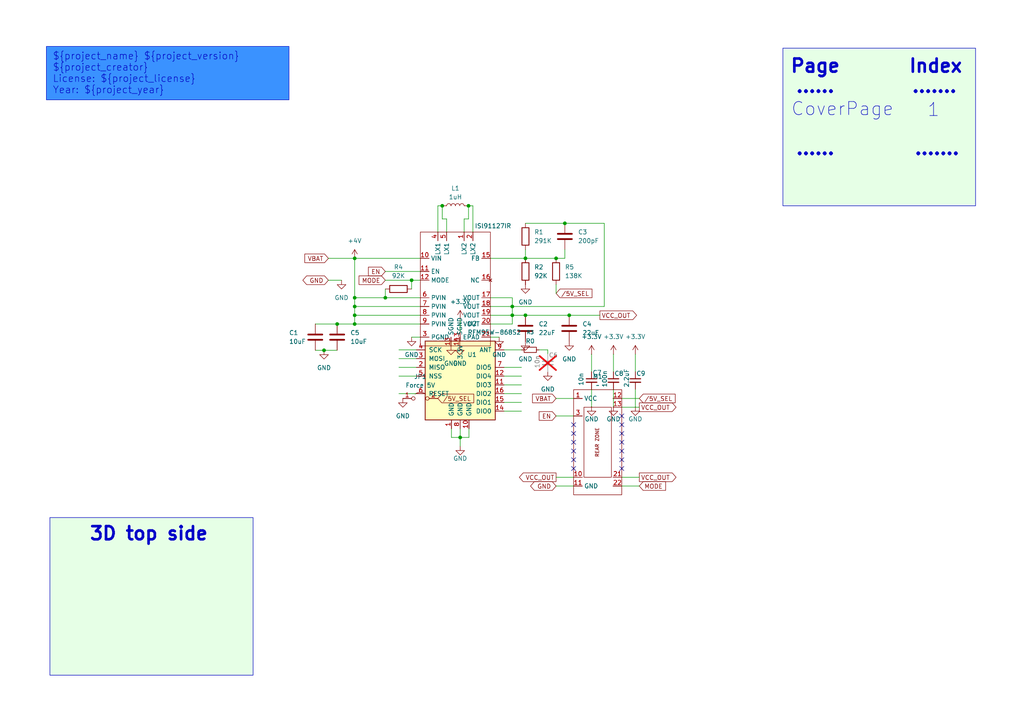
<source format=kicad_sch>
(kicad_sch (version 20250114) (generator "eeschema") (generator_version "9.0")
  (paper "A4")
  (title_block (title "${project_name}") (date "2025-11-10") (rev "${project_version}") (company "${project_creator}") (comment 1 "${project_license}"))
  (lib_symbols
    (symbol "Device:C" (pin_numbers (hide yes)) (pin_names (offset 0.254))
      (property "Reference" "C" (at 0.635 2.54 0))
      (property "Value" "C" (at 0.635 -2.54 0))
      (symbol "C_0_1"
        (polyline (pts (xy -2.032 0.762) (xy 2.032 0.762)) (stroke (width 0.508)))
        (polyline (pts (xy -2.032 -0.762) (xy 2.032 -0.762)) (stroke (width 0.508)))
      )
      (symbol "C_1_1"
        (pin passive line (at 0 3.81 270) (length 2.794) (name "~") (number "1"))
        (pin passive line (at 0 -3.81 90) (length 2.794) (name "~") (number "2"))
      )
    )
    (symbol "Device:C_Small" (pin_numbers (hide yes)) (pin_names (offset 0.254) (hide yes))
      (property "Reference" "C" (at 0.254 1.778 0))
      (property "Value" "C_Small" (at 0.254 -2.032 0))
      (symbol "C_Small_0_1"
        (polyline (pts (xy -1.524 0.508) (xy 1.524 0.508)) (stroke (width 0.3048)))
        (polyline (pts (xy -1.524 -0.508) (xy 1.524 -0.508)) (stroke (width 0.3302)))
      )
      (symbol "C_Small_1_1"
        (pin passive line (at 0 2.54 270) (length 2.032) (name "~") (number "1"))
        (pin passive line (at 0 -2.54 90) (length 2.032) (name "~") (number "2"))
      )
    )
    (symbol "Device:L" (pin_numbers (hide yes)) (pin_names (offset 1.016) (hide yes))
      (property "Reference" "L" (at -1.27 0 90))
      (property "Value" "L" (at 1.905 0 90))
      (symbol "L_0_1"
        (arc (start 0 2.54) (mid 0.6323 1.905) (end 0 1.27))
        (arc (start 0 1.27) (mid 0.6323 0.635) (end 0 0))
        (arc (start 0 0) (mid 0.6323 -0.635) (end 0 -1.27))
        (arc (start 0 -1.27) (mid 0.6323 -1.905) (end 0 -2.54))
      )
      (symbol "L_1_1"
        (pin passive line (at 0 3.81 270) (length 1.27) (name "1") (number "1"))
        (pin passive line (at 0 -3.81 90) (length 1.27) (name "2") (number "2"))
      )
    )
    (symbol "Device:R" (pin_numbers (hide yes)) (pin_names (offset 0))
      (property "Reference" "R" (at 2.032 0 90))
      (property "Value" "R" (at 0 0 90))
      (symbol "R_0_1"
        (rectangle (start -1.016 -2.54) (end 1.016 2.54) (stroke (width 0.254)))
      )
      (symbol "R_1_1"
        (pin passive line (at 0 3.81 270) (length 1.27) (name "~") (number "1"))
        (pin passive line (at 0 -3.81 90) (length 1.27) (name "~") (number "2"))
      )
    )
    (symbol "Device:R_Small" (pin_numbers (hide yes)) (pin_names (offset 0.254) (hide yes))
      (property "Reference" "R" (at 0 0 90))
      (property "Value" "R_Small" (at 1.778 0 90))
      (symbol "R_Small_0_1"
        (rectangle (start -0.762 1.778) (end 0.762 -1.778) (stroke (width 0.2032)))
      )
      (symbol "R_Small_1_1"
        (pin passive line (at 0 2.54 270) (length 0.762) (name "~") (number "1"))
        (pin passive line (at 0 -2.54 90) (length 0.762) (name "~") (number "2"))
      )
    )
    (symbol "GND_1" (power) (pin_numbers (hide yes)) (pin_names (offset 0) (hide yes))
      (property "Value" "GND" (at 0 -3.81 0))
      (symbol "GND_1_0_1"
        (polyline (pts (xy 0 0) (xy 0 -1.27) (xy 1.27 -1.27) (xy 0 -2.54) (xy -1.27 -1.27) (xy 0 -1.27)))
      )
      (symbol "GND_1_1_1"
        (pin power_in line (at 0 0 270) (length 0) (name "~") (number "1"))
      )
    )
    (symbol "GND_2" (power) (pin_numbers (hide yes)) (pin_names (offset 0) (hide yes))
      (property "Value" "GND" (at 0 -3.81 0))
      (symbol "GND_2_0_1"
        (polyline (pts (xy 0 0) (xy 0 -1.27) (xy 1.27 -1.27) (xy 0 -2.54) (xy -1.27 -1.27) (xy 0 -1.27)))
      )
      (symbol "GND_2_1_1"
        (pin power_in line (at 0 0 270) (length 0) (name "~") (number "1"))
      )
    )
    (symbol "GND_3" (power) (pin_numbers (hide yes)) (pin_names (offset 0) (hide yes))
      (property "Value" "GND" (at 0 -3.81 0))
      (symbol "GND_3_0_1"
        (polyline (pts (xy 0 0) (xy 0 -1.27) (xy 1.27 -1.27) (xy 0 -2.54) (xy -1.27 -1.27) (xy 0 -1.27)))
      )
      (symbol "GND_3_1_1"
        (pin power_in line (at 0 0 270) (length 0) (name "~") (number "1"))
      )
    )
    (symbol "GND_4" (power) (pin_numbers (hide yes)) (pin_names (offset 0) (hide yes))
      (property "Value" "GND" (at 0 -3.81 0))
      (symbol "GND_4_0_1"
        (polyline (pts (xy 0 0) (xy 0 -1.27) (xy 1.27 -1.27) (xy 0 -2.54) (xy -1.27 -1.27) (xy 0 -1.27)))
      )
      (symbol "GND_4_1_1"
        (pin power_in line (at 0 0 270) (length 0) (name "~") (number "1"))
      )
    )
    (symbol "GND_5" (power) (pin_numbers (hide yes)) (pin_names (offset 0) (hide yes))
      (property "Value" "GND" (at 0 -3.81 0))
      (symbol "GND_5_0_1"
        (polyline (pts (xy 0 0) (xy 0 -1.27) (xy 1.27 -1.27) (xy 0 -2.54) (xy -1.27 -1.27) (xy 0 -1.27)))
      )
      (symbol "GND_5_1_1"
        (pin power_in line (at 0 0 270) (length 0) (name "~") (number "1"))
      )
    )
    (symbol "ISL91127:ISL91127IRAZ"
      (property "Reference" "U" (at 0 0 0))
      (symbol "ISL91127IRAZ_0_1"
        (rectangle (start -10.16 16.51) (end 10.16 -16.51))
      )
      (symbol "ISL91127IRAZ_1_1"
        (pin power_in line (at -10.16 8.89 0) (length 2.54) (name "VIN") (number "10"))
        (pin input line (at -10.16 5.08 0) (length 2.54) (name "EN") (number "11"))
        (pin input line (at -10.16 2.54 0) (length 2.54) (name "MODE") (number "12"))
        (pin power_in line (at -10.16 -2.54 0) (length 2.54) (name "PVIN") (number "6"))
        (pin power_in line (at -10.16 -5.08 0) (length 2.54) (name "PVIN") (number "7"))
        (pin power_in line (at -10.16 -7.62 0) (length 2.54) (name "PVIN") (number "8"))
        (pin power_in line (at -10.16 -10.16 0) (length 2.54) (name "PVIN") (number "9"))
        (pin power_in line (at -10.16 -13.97 0) (length 2.54) (name "PGND") (number "3"))
        (pin input line (at -5.08 16.51 270) (length 2.54) (name "LX1") (number "4"))
        (pin input line (at -2.54 16.51 270) (length 2.54) (name "LX1") (number "5"))
        (pin power_in line (at -1.27 -16.51 90) (length 2.54) (name "SGND") (number "13"))
        (pin power_in line (at 1.27 -16.51 90) (length 2.54) (name "SGND") (number "14"))
        (pin output line (at 2.54 16.51 270) (length 2.54) (name "LX2") (number "1"))
        (pin output line (at 5.08 16.51 270) (length 2.54) (name "LX2") (number "2"))
        (pin input line (at 10.16 8.89 180) (length 2.54) (name "FB") (number "15"))
        (pin no_connect line (at 10.16 2.54 180) (length 2.54) (name "NC") (number "16"))
        (pin power_out line (at 10.16 -2.54 180) (length 2.54) (name "VOUT") (number "17"))
        (pin power_out line (at 10.16 -5.08 180) (length 2.54) (name "VOUT") (number "18"))
        (pin power_out line (at 10.16 -7.62 180) (length 2.54) (name "VOUT") (number "19"))
        (pin power_out line (at 10.16 -10.16 180) (length 2.54) (name "VOUT") (number "20"))
        (pin power_in line (at 10.16 -13.97 180) (length 2.54) (name "EPAD") (number "21"))
      )
    )
    (symbol "Jumper:Jumper_2_Open" (pin_names (offset 0) (hide yes))
      (property "Reference" "JP" (at 0 2.794 0))
      (property "Value" "Jumper_2_Open" (at 0 -2.286 0))
      (symbol "Jumper_2_Open_0_0"
        (circle (center -2.032 0) (radius 0.508))
        (circle (center 2.032 0) (radius 0.508))
      )
      (symbol "Jumper_2_Open_0_1"
        (arc (start -1.524 1.27) (mid 0 1.778) (end 1.524 1.27))
      )
      (symbol "Jumper_2_Open_1_1"
        (pin passive line (at -5.08 0 0) (length 2.54) (name "A") (number "1"))
        (pin passive line (at 5.08 0 180) (length 2.54) (name "B") (number "2"))
      )
    )
    (symbol "MegaCastle:MegaCastle2x11-Module-I15.7x23.1-MA0780C"
      (property "Reference" "M" (at 0 -17.78 0))
      (symbol "MegaCastle2x11-Module-I15.7x23.1-MA0780C_0_1"
        (rectangle (start -6.35 15.24) (end 7.62 -15.24))
        (rectangle (start -3.35 10.16) (end 4.62 -10.16))
      )
      (symbol "MegaCastle2x11-Module-I15.7x23.1-MA0780C_1_1"
        (text "REAR ZONE" (at 0.5 0 900) (effects (font (size 1 1))))
        (pin bidirectional line (at -6.35 12.7 0) (length 2.54) (name "VCC") (number "1"))
        (pin bidirectional line (at -6.35 7.62 0) (length 2.54) (name "") (number "3"))
        (pin bidirectional line (at -6.35 -10.16 0) (length 2.54) (name "") (number "10"))
        (pin bidirectional line (at -6.35 -12.7 0) (length 2.54) (name "GND") (number "11"))
        (pin bidirectional line (at 7.62 12.7 180) (length 2.54) (name "") (number "12"))
        (pin bidirectional line (at 7.62 10.16 180) (length 2.54) (name "") (number "13"))
        (pin bidirectional line (at 7.62 -10.16 180) (length 2.54) (name "") (number "21"))
        (pin bidirectional line (at 7.62 -12.7 180) (length 2.54) (name "") (number "22"))
      )
    )
    (symbol "RF_Module:RFM95W-868S2" (pin_names (offset 1.016))
      (property "Reference" "U" (at -10.414 11.684 0))
      (property "Value" "RFM95W-868S2" (at 1.524 11.43 0))
      (symbol "RFM95W-868S2_0_1"
        (rectangle (start -10.16 10.16) (end 10.16 -12.7) (stroke (width 0.254)) (fill (type background)))
      )
      (symbol "RFM95W-868S2_1_1"
        (pin input line (at -12.7 7.62 0) (length 2.54) (name "SCK") (number "4"))
        (pin input line (at -12.7 5.08 0) (length 2.54) (name "MOSI") (number "3"))
        (pin output line (at -12.7 2.54 0) (length 2.54) (name "MISO") (number "2"))
        (pin input line (at -12.7 0 0) (length 2.54) (name "NSS") (number "5"))
        (pin bidirectional line (at -12.7 -5.08 0) (length 2.54) (name "RESET") (number "6"))
        (pin power_in line (at -2.54 -15.24 90) (length 2.54) (name "GND") (number "1"))
        (pin power_in line (at 0 12.7 270) (length 2.54) (name "3.3V") (number "13"))
        (pin power_in line (at 0 -15.24 90) (length 2.54) (name "GND") (number "8"))
        (pin power_in line (at 2.54 -15.24 90) (length 2.54) (name "GND") (number "10"))
        (pin bidirectional line (at 12.7 7.62 180) (length 2.54) (name "ANT") (number "9"))
        (pin bidirectional line (at 12.7 2.54 180) (length 2.54) (name "DIO5") (number "7"))
        (pin bidirectional line (at 12.7 0 180) (length 2.54) (name "DIO4") (number "12"))
        (pin bidirectional line (at 12.7 -2.54 180) (length 2.54) (name "DIO3") (number "11"))
        (pin bidirectional line (at 12.7 -5.08 180) (length 2.54) (name "DIO2") (number "16"))
        (pin bidirectional line (at 12.7 -7.62 180) (length 2.54) (name "DIO1") (number "15"))
        (pin bidirectional line (at 12.7 -10.16 180) (length 2.54) (name "DIO0") (number "14"))
      )
    )
    (symbol "power:+3.3V" (power) (pin_numbers (hide yes)) (pin_names (offset 0) (hide yes))
      (property "Value" "+3.3V" (at 0 3.556 0))
      (symbol "+3.3V_0_1"
        (polyline (pts (xy -0.762 1.27) (xy 0 2.54)))
        (polyline (pts (xy 0 2.54) (xy 0.762 1.27)))
        (polyline (pts (xy 0 0) (xy 0 2.54)))
      )
      (symbol "+3.3V_1_1"
        (pin power_in line (at 0 0 90) (length 0) (name "~") (number "1"))
      )
    )
    (symbol "power:+4V" (power) (pin_names (offset 0))
      (property "Value" "+4V" (at 0 3.556 0))
      (symbol "+4V_0_1"
        (polyline (pts (xy -0.762 1.27) (xy 0 2.54)))
        (polyline (pts (xy 0 2.54) (xy 0.762 1.27)))
        (polyline (pts (xy 0 0) (xy 0 2.54)))
      )
      (symbol "+4V_1_1"
        (pin power_in line (at 0 0 90) (length 0) (hide yes) (name "+4V") (number "1"))
      )
    )
    (symbol "power:GND" (power) (pin_names (offset 0))
      (property "Value" "GND" (at 0 -3.81 0))
      (symbol "GND_0_1"
        (polyline (pts (xy 0 0) (xy 0 -1.27) (xy 1.27 -1.27) (xy 0 -2.54) (xy -1.27 -1.27) (xy 0 -1.27)))
      )
      (symbol "GND_1_1"
        (pin power_in line (at 0 0 270) (length 0) (hide yes) (name "GND") (number "1"))
      )
    )
  )
  (rectangle (start 227.076 13.97) (end 282.956 59.69) (fill (type color) (color 0 255 0 0.1)))
  (rectangle (start 14.478 150.114) (end 73.406 195.834) (fill (type color) (color 0 255 0 0.1)))
  (rectangle (start 13.462 13.462) (end 83.82 28.956) (fill (type color) (color 58 146 255 1)))
  (text "3D top side" (at 43.18 154.94 0) (effects (font (size 3.81 3.81) (thickness 0.762) (bold yes))))
  (text "......" (at 236.474 25.146 0) (effects (font (size 3.81 3.81) (thickness 0.762) (bold yes))))
  (text "1" (at 270.764 32.004 0) (effects (font (size 3.81 3.81))))
  (text "CoverPage" (at 244.348 31.75 0) (effects (font (size 3.81 3.81))))
  (text "......" (at 236.474 43.18 0) (effects (font (size 3.81 3.81) (thickness 0.762) (bold yes))))
  (text "${project_name} ${project_version}\n${project_creator}\nLicense: ${project_license}\nYear: ${project_year}" (at 15.24 15.24 0) (effects (font (size 2.032 2.032)) (justify left top)))
  (text "Page" (at 236.474 19.304 0) (effects (font (size 3.81 3.81) (thickness 0.762) (bold yes))))
  (text "......." (at 271.78 43.18 0) (effects (font (size 3.81 3.81) (thickness 0.762) (bold yes))))
  (text "         Index" (at 258.318 19.304 0) (effects (font (size 3.81 3.81) (thickness 0.762) (bold yes))))
  (text "......." (at 271.018 25.146 0) (effects (font (size 3.81 3.81) (thickness 0.762) (bold yes))))
  (junction (at 119.38 81.28))
  (junction (at 148.59 91.44))
  (junction (at 148.59 88.9))
  (junction (at 135.89 59.69))
  (junction (at 102.87 88.9))
  (junction (at 161.29 74.93))
  (junction (at 93.98 101.6))
  (junction (at 152.4 74.93))
  (junction (at 152.4 91.44))
  (junction (at 102.87 93.98))
  (junction (at 102.87 91.44))
  (junction (at 165.1 91.44))
  (junction (at 102.87 74.93))
  (junction (at 163.83 64.77))
  (junction (at 133.477 126.873))
  (junction (at 111.76 86.36))
  (junction (at 102.87 86.36))
  (junction (at 128.27 59.69))
  (junction (at 97.79 93.98))
  (no_connect (at 166.37 128.27))
  (no_connect (at 166.37 125.73))
  (no_connect (at 180.34 135.89))
  (no_connect (at 180.34 128.27))
  (no_connect (at 180.34 125.73))
  (no_connect (at 180.34 123.19))
  (no_connect (at 180.34 120.65))
  (no_connect (at 166.37 133.35))
  (no_connect (at 166.37 135.89))
  (no_connect (at 166.37 123.19))
  (no_connect (at 166.37 130.81))
  (no_connect (at 180.34 130.81))
  (no_connect (at 180.34 133.35))
  (wire (pts (xy 95.25 74.93) (xy 102.87 74.93)))
  (wire (pts (xy 161.29 120.65) (xy 166.37 120.65)))
  (wire (pts (xy 142.24 93.98) (xy 148.59 93.98)))
  (wire (pts (xy 134.62 63.5) (xy 135.89 63.5)))
  (wire (pts (xy 163.83 72.39) (xy 163.83 74.93)))
  (wire (pts (xy 130.937 124.333) (xy 130.937 126.873)))
  (wire (pts (xy 152.4 74.93) (xy 161.29 74.93)))
  (wire (pts (xy 146.177 119.253) (xy 151.257 119.253)))
  (wire (pts (xy 146.177 109.093) (xy 151.257 109.093)))
  (wire (pts (xy 135.89 59.69) (xy 135.89 63.5)))
  (wire (pts (xy 91.44 93.98) (xy 97.79 93.98)))
  (wire (pts (xy 180.34 138.43) (xy 185.42 138.43)))
  (wire (pts (xy 180.34 115.57) (xy 185.42 115.57)))
  (wire (pts (xy 161.29 115.57) (xy 166.37 115.57)))
  (wire (pts (xy 133.477 92.583) (xy 133.477 96.393)))
  (wire (pts (xy 146.177 116.713) (xy 151.257 116.713)))
  (wire (pts (xy 171.577 102.743) (xy 171.577 107.823)))
  (wire (pts (xy 177.927 102.743) (xy 177.927 107.823)))
  (wire (pts (xy 165.1 91.44) (xy 173.99 91.44)))
  (wire (pts (xy 102.87 91.44) (xy 121.92 91.44)))
  (wire (pts (xy 148.59 91.44) (xy 152.4 91.44)))
  (wire (pts (xy 152.4 72.39) (xy 152.4 74.93)))
  (wire (pts (xy 180.34 140.97) (xy 185.42 140.97)))
  (wire (pts (xy 115.697 109.093) (xy 120.777 109.093)))
  (wire (pts (xy 115.697 106.553) (xy 120.777 106.553)))
  (wire (pts (xy 175.26 64.77) (xy 175.26 88.9)))
  (wire (pts (xy 102.87 74.93) (xy 121.92 74.93)))
  (wire (pts (xy 91.44 101.6) (xy 93.98 101.6)))
  (wire (pts (xy 102.87 86.36) (xy 111.76 86.36)))
  (wire (pts (xy 148.59 86.36) (xy 148.59 88.9)))
  (wire (pts (xy 119.38 81.28) (xy 119.38 83.82)))
  (wire (pts (xy 115.697 101.473) (xy 120.777 101.473)))
  (wire (pts (xy 148.59 88.9) (xy 148.59 91.44)))
  (wire (pts (xy 137.16 67.31) (xy 137.16 59.69)))
  (wire (pts (xy 152.4 64.77) (xy 163.83 64.77)))
  (wire (pts (xy 136.017 126.873) (xy 133.477 126.873)))
  (wire (pts (xy 121.92 86.36) (xy 111.76 86.36)))
  (wire (pts (xy 161.29 140.97) (xy 166.37 140.97)))
  (wire (pts (xy 127 59.69) (xy 127 67.31)))
  (wire (pts (xy 163.83 64.77) (xy 175.26 64.77)))
  (wire (pts (xy 156.337 101.473) (xy 158.877 101.473)))
  (wire (pts (xy 152.4 91.44) (xy 165.1 91.44)))
  (wire (pts (xy 102.87 88.9) (xy 121.92 88.9)))
  (wire (pts (xy 146.177 114.173) (xy 151.257 114.173)))
  (wire (pts (xy 158.877 101.473) (xy 158.877 102.743)))
  (wire (pts (xy 161.29 138.43) (xy 166.37 138.43)))
  (wire (pts (xy 142.24 97.79) (xy 144.78 97.79)))
  (wire (pts (xy 161.29 74.93) (xy 163.83 74.93)))
  (wire (pts (xy 129.54 63.5) (xy 128.27 63.5)))
  (wire (pts (xy 133.477 126.873) (xy 133.477 129.413)))
  (wire (pts (xy 95.25 81.28) (xy 99.06 81.28)))
  (wire (pts (xy 130.937 126.873) (xy 133.477 126.873)))
  (wire (pts (xy 184.277 102.743) (xy 184.277 107.823)))
  (wire (pts (xy 102.87 93.98) (xy 121.92 93.98)))
  (wire (pts (xy 142.24 86.36) (xy 148.59 86.36)))
  (wire (pts (xy 177.927 117.983) (xy 177.927 112.903)))
  (wire (pts (xy 142.24 91.44) (xy 148.59 91.44)))
  (wire (pts (xy 111.76 83.82) (xy 111.76 86.36)))
  (wire (pts (xy 128.27 63.5) (xy 128.27 59.69)))
  (wire (pts (xy 111.76 81.28) (xy 119.38 81.28)))
  (wire (pts (xy 115.697 104.013) (xy 120.777 104.013)))
  (wire (pts (xy 175.26 88.9) (xy 148.59 88.9)))
  (wire (pts (xy 146.177 111.633) (xy 151.257 111.633)))
  (wire (pts (xy 120.777 114.173) (xy 115.697 114.173)))
  (wire (pts (xy 136.017 124.333) (xy 136.017 126.873)))
  (wire (pts (xy 146.177 106.553) (xy 151.257 106.553)))
  (wire (pts (xy 142.24 88.9) (xy 148.59 88.9)))
  (wire (pts (xy 142.24 74.93) (xy 152.4 74.93)))
  (wire (pts (xy 137.16 59.69) (xy 135.89 59.69)))
  (wire (pts (xy 93.98 101.6) (xy 97.79 101.6)))
  (wire (pts (xy 111.76 78.74) (xy 121.92 78.74)))
  (wire (pts (xy 97.79 93.98) (xy 102.87 93.98)))
  (wire (pts (xy 102.87 74.93) (xy 102.87 86.36)))
  (wire (pts (xy 184.277 117.983) (xy 184.277 112.903)))
  (wire (pts (xy 148.59 91.44) (xy 148.59 93.98)))
  (wire (pts (xy 102.87 91.44) (xy 102.87 93.98)))
  (wire (pts (xy 133.477 124.333) (xy 133.477 126.873)))
  (wire (pts (xy 102.87 88.9) (xy 102.87 91.44)))
  (wire (pts (xy 146.177 101.473) (xy 151.257 101.473)))
  (wire (pts (xy 102.87 86.36) (xy 102.87 88.9)))
  (wire (pts (xy 119.38 97.79) (xy 121.92 97.79)))
  (wire (pts (xy 129.54 67.31) (xy 129.54 63.5)))
  (wire (pts (xy 161.29 82.55) (xy 161.29 85.09)))
  (wire (pts (xy 134.62 67.31) (xy 134.62 63.5)))
  (wire (pts (xy 119.38 81.28) (xy 121.92 81.28)))
  (wire (pts (xy 171.577 117.983) (xy 171.577 112.903)))
  (wire (pts (xy 128.27 59.69) (xy 127 59.69)))
  (wire (pts (xy 180.34 118.11) (xy 185.42 118.11)))
  (global_label "EN" (shape input) (at 161.29 120.65 180) (property "Intersheetrefs" "${INTERSHEET_REFS}" (effects (hide yes))))
  (global_label "{slash}5V_SEL" (shape input) (at 127 115.57 0) (property "Intersheetrefs" "${INTERSHEET_REFS}" (effects (hide yes))))
  (global_label "MODE" (shape input) (at 111.76 81.28 180) (property "Intersheetrefs" "${INTERSHEET_REFS}" (effects (hide yes))))
  (global_label "MODE" (shape input) (at 185.42 140.97 0) (property "Intersheetrefs" "${INTERSHEET_REFS}" (effects (hide yes))))
  (global_label "VBAT" (shape input) (at 95.25 74.93 180) (property "Intersheetrefs" "${INTERSHEET_REFS}" (effects (hide yes))))
  (global_label "{slash}5V_SEL" (shape input) (at 161.29 85.09 0) (property "Intersheetrefs" "${INTERSHEET_REFS}" (effects (hide yes))))
  (global_label "VCC_OUT" (shape output) (at 185.42 118.11 0) (property "Intersheetrefs" "${INTERSHEET_REFS}" (effects (hide yes))))
  (global_label "GND" (shape bidirectional) (at 95.25 81.28 180) (property "Intersheetrefs" "${INTERSHEET_REFS}" (effects (hide yes))))
  (global_label "VBAT" (shape input) (at 161.29 115.57 180) (property "Intersheetrefs" "${INTERSHEET_REFS}" (effects (hide yes))))
  (global_label "VCC_OUT" (shape output) (at 161.29 138.43 180) (property "Intersheetrefs" "${INTERSHEET_REFS}" (effects (hide yes))))
  (global_label "VCC_OUT" (shape output) (at 185.42 138.43 0) (property "Intersheetrefs" "${INTERSHEET_REFS}" (effects (hide yes))))
  (global_label "VCC_OUT" (shape output) (at 173.99 91.44 0) (property "Intersheetrefs" "${INTERSHEET_REFS}" (effects (hide yes))))
  (global_label "EN" (shape input) (at 111.76 78.74 180) (property "Intersheetrefs" "${INTERSHEET_REFS}" (effects (hide yes))))
  (global_label "{slash}5V_SEL" (shape input) (at 185.42 115.57 0) (property "Intersheetrefs" "${INTERSHEET_REFS}" (effects (hide yes))))
  (global_label "GND" (shape bidirectional) (at 161.29 140.97 180) (property "Intersheetrefs" "${INTERSHEET_REFS}" (effects (hide yes))))
  (symbol (lib_id "power:+4V") (at 102.87 74.93 0) (unit 1)
    (property "Reference" "#PWR05" (effects (hide yes)))
    (property "Value" "+4V" (at 102.87 69.85 0))
  )
  (symbol (lib_id "Device:R") (at 161.29 78.74 0) (unit 1)
    (property "Reference" "R5" (at 163.83 77.47 0) (effects (justify left)))
    (property "Value" "138K" (at 163.83 80.01 0) (effects (justify left)))
    (property "Footprint" "Resistor_SMD:R_0603_1608Metric" (effects (hide yes)))
    (property "Mft. PN" "RK73H1JTTD1403F" (effects (hide yes)))
    (property "Mouser" "https://eu.mouser.com/ProductDetail/KOA-Speer/RK73H1JTTD1403F?qs=XOvILOgadXaHJrsLzSCu9w%3D%3D" (effects (hide yes)))
    (property "Mouser PN" "660-RK73H1JTTD1403F" (effects (hide yes)))
    (property "DigiKey" "https://www.digikey.com.au/en/products/detail/koa-speer-electronics-inc/RK73H1JTTD1403F/9845164" (effects (hide yes)))
  )
  (symbol (lib_id "Device:R") (at 152.4 68.58 0) (unit 1)
    (property "Reference" "R1" (at 154.94 67.31 0) (effects (justify left)))
    (property "Value" "291K" (at 154.94 69.85 0) (effects (justify left)))
    (property "Footprint" "Resistor_SMD:R_0603_1608Metric" (effects (hide yes)))
    (property "Mft. PN" "RN73R1JTTD2913F100" (effects (hide yes)))
    (property "DigiKey" "https://www.digikey.com/en/products/detail/koa-speer-electronics-inc/RN73R1JTTD2913F100/10014619?s=N4IgTCBcDaIEoDkDsBmOBGAUgFWwETAE50UAxdABgpAF0BfIA" (effects (hide yes)))
  )
  (symbol (lib_id "power:GND") (at 144.78 97.79 0) (unit 1)
    (property "Reference" "#PWR03" (effects (hide yes)))
    (property "Value" "GND" (at 144.78 102.87 0))
  )
  (symbol (lib_id "power:+3.3V") (at 177.927 102.743 0) (unit 1)
    (property "Reference" "#PWR" (effects (hide yes)))
    (property "Value" "+3.3V" (at 177.927 97.663 0))
    (property "Description" "Power symbol creates a global label with name \"+3.3V\"" (effects (hide yes)))
    (instances (project "lora" (path "" (reference "#PWR05") (unit 1))))
  )
  (symbol (lib_id "power:GND") (at 116.84 115.57 0) (unit 1)
    (property "Reference" "#PWR011" (effects (hide yes)))
    (property "Value" "GND" (at 116.84 120.65 0))
  )
  (symbol (lib_id "Device:C_Small") (at 171.577 110.363 0) (unit 1)
    (property "Reference" "C7" (at 171.831 108.077 0) (effects (justify left)))
    (property "Value" "10n" (at 168.529 111.887 90) (effects (justify left)))
    (property "Footprint" "Capacitor_SMD:C_0603_1608Metric" (effects (hide yes)))
    (property "Description" "Unpolarized capacitor, small symbol" (effects (hide yes)))
  )
  (symbol (lib_name "GND_1") (lib_id "power:GND") (at 177.927 117.983 0) (unit 1)
    (property "Reference" "#PWR" (effects (hide yes)))
    (property "Value" "GND" (at 177.927 121.539 0))
    (property "Description" "Power symbol creates a global label with name \"GND\" , ground" (effects (hide yes)))
    (instances (project "lora" (path "" (reference "#PWR02") (unit 1))))
  )
  (symbol (lib_id "ISL91127:ISL91127IRAZ") (at 132.08 83.82 0) (unit 1)
    (property "Reference" "U1" (at 135.5441 102.87 0) (effects (justify left)))
    (property "Value" "ISl91127IR" (at 143.002 65.532 0))
    (property "Footprint" "MegaCastle:QFN50P400X400X90-21N" (effects (hide yes)))
    (property "Datasheet" "https://www.renesas.com/en/document/dst/isl91127ir-datasheet" (effects (hide yes)))
    (property "Description" "IC REG BUCK BST ADJ/1V 2A 20QFN" (effects (hide yes)))
    (property "Mft. PN" "ISL91127IRAZ-T7A" (effects (hide yes)))
    (property "Mouser" "https://eu.mouser.com/ProductDetail/Renesas-Intersil/ISL91127IRAZ-T?qs=UgE%2F0m3bTsblEvh8Dzj1lg%3D%3D" (effects (hide yes)))
    (property "Mouser PN" " 968-ISL91127IRAZ-T" (effects (hide yes)))
    (property "DigiKey" "https://www.digikey.com/en/products/detail/renesas-electronics-corporation/ISL91127IRAZ-T7A/6163917" (effects (hide yes)))
  )
  (symbol (lib_id "Device:R") (at 152.4 78.74 0) (unit 1)
    (property "Reference" "R2" (at 154.94 77.47 0) (effects (justify left)))
    (property "Value" "92K" (at 154.94 80.01 0) (effects (justify left)))
    (property "Footprint" "Resistor_SMD:R_0603_1608Metric" (effects (hide yes)))
    (property "Datasheet" "https://www.koaspeer.com/pdfs/RN73H.pdf" (effects (hide yes)))
    (property "Mft. PN" "RC0603FR-0791KL" (effects (hide yes)))
    (property "Mouser" "https://hr.mouser.com/ProductDetail/YAGEO/RC0603FR-0791KL?qs=EiqXWrxQq62Zxx9xQZom2g%3D%3D" (effects (hide yes)))
    (property "Mouser PN" "603-RC0603FR-0791KL" (effects (hide yes)))
    (property "DigiKey" "https://www.digikey.com.au/en/products/detail/yageo/RC0603FR-0791KL/727428" (effects (hide yes)))
  )
  (symbol (lib_id "power:GND") (at 99.06 81.28 0) (unit 1)
    (property "Reference" "#PWR010" (effects (hide yes)))
    (property "Value" "GND" (at 99.06 86.36 0))
  )
  (symbol (lib_id "Device:R") (at 115.57 83.82 90) (unit 1)
    (property "Reference" "R4" (at 115.57 77.47 90))
    (property "Value" "92K" (at 115.57 80.01 90))
    (property "Footprint" "Resistor_SMD:R_0603_1608Metric" (effects (hide yes)))
    (property "Datasheet" "https://www.koaspeer.com/pdfs/RN73H.pdf" (effects (hide yes)))
    (property "Description" "Thin Film Resistors - SMD 92kOhm,0603,0.1%,25p" (effects (hide yes)))
    (property "Mft. PN" "RC0603FR-0791KL" (effects (hide yes)))
    (property "Mouser" "https://hr.mouser.com/ProductDetail/YAGEO/RC0603FR-0791KL?qs=EiqXWrxQq62Zxx9xQZom2g%3D%3D" (effects (hide yes)))
    (property "Mouser PN" "603-RC0603FR-0791KL" (effects (hide yes)))
    (property "DigiKey" "https://www.digikey.com.au/en/products/detail/yageo/RC0603FR-0791KL/727428" (effects (hide yes)))
  )
  (symbol (lib_id "Device:C") (at 91.44 97.79 0) (unit 1)
    (property "Reference" "C1" (at 83.82 96.52 0) (effects (justify left)))
    (property "Value" "10uF" (at 83.82 99.06 0) (effects (justify left)))
    (property "Footprint" "Capacitor_SMD:C_0805_2012Metric" (effects (hide yes)))
    (property "Mft. PN" "CL21A106KOQNNNG" (effects (hide yes)))
    (property "Mouser" "https://hr.mouser.com/ProductDetail/Samsung-Electro-Mechanics/CL21A106KOQNNNG?qs=hqM3L16%252BxlcMWI7QbqH0LA%3D%3D" (effects (hide yes)))
    (property "Mouser PN" "187-CL21A106KOQNNNG" (effects (hide yes)))
    (property "DigiKey" "https://www.digikey.com.au/en/products/detail/samsung-electro-mechanics/CL21A106KOQNNNG/3894417" (effects (hide yes)))
  )
  (symbol (lib_name "GND_2") (lib_id "power:GND") (at 184.277 117.983 0) (unit 1)
    (property "Reference" "#PWR" (effects (hide yes)))
    (property "Value" "GND" (at 184.277 121.539 0))
    (property "Description" "Power symbol creates a global label with name \"GND\" , ground" (effects (hide yes)))
    (instances (project "lora" (path "" (reference "#PWR07") (unit 1))))
  )
  (symbol (lib_id "Device:C") (at 163.83 68.58 0) (unit 1)
    (property "Reference" "C3" (at 167.64 67.31 0) (effects (justify left)))
    (property "Value" "200pF" (at 167.64 69.85 0) (effects (justify left)))
    (property "Footprint" "Capacitor_SMD:C_0805_2012Metric" (effects (hide yes)))
    (property "Mft. PN" "CC0805JRNPO9BN201" (effects (hide yes)))
    (property "Mouser" "603-CC805JRNPO9BN201" (effects (hide yes)))
    (property "Mouser PN" "https://hr.mouser.com/ProductDetail/YAGEO/CC0805JRNPO9BN201?qs=57cj7OiSijkQwP0oHDWT0Q%3D%3D" (effects (hide yes)))
    (property "DigiKey" "https://www.digikey.com.au/en/products/detail/yageo/CC0805JRNPO9BN201/5884041" (effects (hide yes)))
  )
  (symbol (lib_name "GND_4") (lib_id "power:GND") (at 133.477 129.413 0) (unit 1)
    (property "Reference" "#PWR" (effects (hide yes)))
    (property "Value" "GND" (at 133.477 132.969 0))
    (property "Description" "Power symbol creates a global label with name \"GND\" , ground" (effects (hide yes)))
    (instances (project "lora" (path "" (reference "#PWR08") (unit 1))))
  )
  (symbol (lib_id "power:GND") (at 165.1 99.06 0) (unit 1)
    (property "Reference" "#PWR09" (effects (hide yes)))
    (property "Value" "GND" (at 165.1 104.14 0))
  )
  (symbol (lib_id "Jumper:Jumper_2_Open") (at 121.92 115.57 0) (unit 1)
    (property "Reference" "JP1" (at 121.92 109.22 0))
    (property "Value" "Force 5V" (at 121.92 111.76 0))
    (property "Footprint" "Jumper:SolderJumper-2_P1.3mm_Open_RoundedPad1.0x1.5mm" (effects (hide yes)))
  )
  (symbol (lib_id "Device:C") (at 97.79 97.79 0) (unit 1)
    (property "Reference" "C5" (at 101.6 96.52 0) (effects (justify left)))
    (property "Value" "10uF" (at 101.6 99.06 0) (effects (justify left)))
    (property "Footprint" "Capacitor_SMD:C_0805_2012Metric" (effects (hide yes)))
    (property "Mft. PN" "CL21A106KOQNNNG" (effects (hide yes)))
    (property "Mouser" "https://hr.mouser.com/ProductDetail/Samsung-Electro-Mechanics/CL21A106KOQNNNG?qs=hqM3L16%252BxlcMWI7QbqH0LA%3D%3D" (effects (hide yes)))
    (property "Mouser PN" "187-CL21A106KOQNNNG" (effects (hide yes)))
    (property "DigiKey" "https://www.digikey.com.au/en/products/detail/samsung-electro-mechanics/CL21A106KOQNNNG/3894417" (effects (hide yes)))
  )
  (symbol (lib_id "power:GND") (at 133.35 100.33 0) (unit 1)
    (property "Reference" "#PWR02" (effects (hide yes)))
    (property "Value" "GND" (at 133.35 105.41 0))
  )
  (symbol (lib_id "MegaCastle:MegaCastle2x11-Module-I15.7x23.1-MA0780C") (at 172.72 128.27 0) (unit 1)
    (property "Reference" "M1" (at 173.355 109.22 0))
    (property "Value" "~" (at 173.355 111.76 0))
    (property "Footprint" "MegaCastle:MegaCastle2x11-Module-I15.7x23.1-MA0780C-SPAREPAD" (effects (hide yes)))
    (property "Description" "Generated using footprint-gen .. 15.74 22.25 21 MA0780C" (effects (hide yes)))
  )
  (symbol (lib_id "power:+3.3V") (at 133.477 92.583 0) (unit 1)
    (property "Reference" "#PWR" (effects (hide yes)))
    (property "Value" "+3.3V" (at 133.477 87.503 0))
    (property "Description" "Power symbol creates a global label with name \"+3.3V\"" (effects (hide yes)))
    (instances (project "" (path "" (reference "#PWR03") (unit 1))))
  )
  (symbol (lib_id "power:GND") (at 93.98 101.6 0) (unit 1)
    (property "Reference" "#PWR06" (effects (hide yes)))
    (property "Value" "GND" (at 93.98 106.68 0))
  )
  (symbol (lib_id "Device:C_Small") (at 184.277 110.363 0) (unit 1)
    (property "Reference" "C9" (at 184.531 108.331 0) (effects (justify left)))
    (property "Value" "2.2uF" (at 181.737 112.395 90) (effects (justify left)))
    (property "Footprint" "Capacitor_SMD:C_0603_1608Metric" (effects (hide yes)))
    (property "Description" "Unpolarized capacitor, small symbol" (effects (hide yes)))
  )
  (symbol (lib_id "Device:R_Small") (at 153.797 101.473 270) (unit 1)
    (property "Reference" "R3" (at 153.797 96.393 90) (effects (font (size 1.016 1.016))))
    (property "Value" "R0" (at 153.797 98.933 90))
    (property "Footprint" "Resistor_SMD:R_0603_1608Metric" (effects (hide yes)))
    (property "Description" "Resistor, small symbol" (effects (hide yes)))
  )
  (symbol (lib_id "Device:C") (at 152.4 95.25 0) (unit 1)
    (property "Reference" "C2" (at 156.21 93.98 0) (effects (justify left)))
    (property "Value" "22uF" (at 156.21 96.52 0) (effects (justify left)))
    (property "Footprint" "Capacitor_SMD:C_0805_2012Metric" (effects (hide yes)))
    (property "Mft. PN" "CL21A226KOQNNNG" (effects (hide yes)))
    (property "Mouser" "https://hr.mouser.com/ProductDetail/Samsung-Electro-Mechanics/CL21A226KOQNNNG?qs=y02iAgv9n63ATGKnSfEDrg%3D%3D" (effects (hide yes)))
    (property "Mouser PN" "187-CL21A226KOQNNNG" (effects (hide yes)))
    (property "DigiKey" "https://www.digikey.com.au/en/products/detail/samsung-electro-mechanics/CL21A226KOQNNNG/3894433?s=N4IgTCBcDaIMIBkwEYCCYwDYDSB5AigHLEDiIAugL5A" (effects (hide yes)))
  )
  (symbol (lib_id "power:GND") (at 119.38 97.79 0) (unit 1)
    (property "Reference" "#PWR04" (effects (hide yes)))
    (property "Value" "GND" (at 119.38 102.87 0))
  )
  (symbol (lib_id "power:GND") (at 130.81 100.33 0) (unit 1)
    (property "Reference" "#PWR01" (effects (hide yes)))
    (property "Value" "GND" (at 130.81 105.41 0))
  )
  (symbol (lib_id "RF_Module:RFM95W-868S2") (at 133.477 109.093 0) (unit 1)
    (property "Reference" "U2" (at 135.6203 93.853 0) (effects (justify left)))
    (property "Value" "RFM95W-868S2" (at 135.6203 96.393 0) (effects (justify left)))
    (property "Footprint" "RF_Module:HOPERF_RFM9XW_SMD" (effects (hide yes)))
    (property "Datasheet" "https://www.hoperf.com/data/upload/portal/20181127/5bfcbea20e9ef.pdf" (effects (hide yes)))
    (property "Description" "Low power long range transceiver module, SPI and parallel interface, 868 MHz, spreading factor 6 to12, bandwidth 7.8 to 500kHz, -111 to -148 dBm, SMD-16, DIP-16" (effects (hide yes)))
  )
  (symbol (lib_id "Device:C") (at 165.1 95.25 0) (unit 1)
    (property "Reference" "C4" (at 168.91 93.98 0) (effects (justify left)))
    (property "Value" "22uF" (at 168.91 96.52 0) (effects (justify left)))
    (property "Footprint" "Capacitor_SMD:C_0805_2012Metric" (effects (hide yes)))
    (property "Mft. PN" "CL21A226KOQNNNG" (effects (hide yes)))
    (property "Mouser" "https://hr.mouser.com/ProductDetail/Samsung-Electro-Mechanics/CL21A226KOQNNNG?qs=y02iAgv9n63ATGKnSfEDrg%3D%3D" (effects (hide yes)))
    (property "Mouser PN" "187-CL21A226KOQNNNG" (effects (hide yes)))
    (property "DigiKey" "https://www.digikey.com.au/en/products/detail/samsung-electro-mechanics/CL21A226KOQNNNG/3894433?s=N4IgTCBcDaIMIBkwEYCCYwDYDSB5AigHLEDiIAugL5A" (effects (hide yes)))
  )
  (symbol (lib_name "GND_3") (lib_id "power:GND") (at 171.577 117.983 0) (unit 1)
    (property "Reference" "#PWR" (effects (hide yes)))
    (property "Value" "GND" (at 171.577 121.539 0))
    (property "Description" "Power symbol creates a global label with name \"GND\" , ground" (effects (hide yes)))
    (instances (project "" (path "" (reference "#PWR01") (unit 1))))
  )
  (symbol (lib_id "Device:C_Small") (at 177.927 110.363 0) (unit 1)
    (property "Reference" "C8" (at 178.181 108.331 0) (effects (justify left)))
    (property "Value" "100n" (at 175.387 112.395 90) (effects (justify left)))
    (property "Footprint" "Capacitor_SMD:C_0603_1608Metric" (effects (hide yes)))
    (property "Description" "Unpolarized capacitor, small symbol" (effects (hide yes)))
  )
  (symbol (lib_id "power:+3.3V") (at 184.277 102.743 0) (unit 1)
    (property "Reference" "#PWR" (effects (hide yes)))
    (property "Value" "+3.3V" (at 184.277 97.663 0))
    (property "Description" "Power symbol creates a global label with name \"+3.3V\"" (effects (hide yes)))
    (instances (project "lora" (path "" (reference "#PWR06") (unit 1))))
  )
  (symbol (lib_id "power:GND") (at 152.4 82.55 0) (unit 1)
    (property "Reference" "#PWR07" (effects (hide yes)))
    (property "Value" "GND" (at 152.4 87.63 0))
  )
  (symbol (lib_id "Device:C_Small") (at 158.877 105.283 0) (unit 1) (dnp yes)
    (property "Reference" "C6" (at 159.131 102.997 0) (effects (justify left)))
    (property "Value" "10n" (at 155.829 106.807 90) (effects (justify left)))
    (property "Footprint" "Capacitor_SMD:C_0603_1608Metric" (effects (hide yes)))
    (property "Description" "Unpolarized capacitor, small symbol" (effects (hide yes)))
  )
  (symbol (lib_id "Device:L") (at 132.08 59.69 90) (unit 1)
    (property "Reference" "L1" (at 132.08 54.61 90))
    (property "Value" "1uH" (at 132.08 57.15 90))
    (property "Footprint" "Inductor_SMD:L_1008_2520Metric" (effects (hide yes)))
    (property "Mft. PN" "DFE252012P-1R0M=P2" (effects (hide yes)))
    (property "Mouser" "https://hr.mouser.com/ProductDetail/Murata-Electronics/DFE252012P-1R0M%3dP2?qs=KuGPmAKtFKUHla8Odvjl9w%3D%3D" (effects (hide yes)))
    (property "Mouser PN" "81-DFE252012P-1R0MP2" (effects (hide yes)))
    (property "DigiKey" "https://www.digikey.com.au/en/products/detail/koa-speer-electronics-inc/RN73R1JTTD2913F100/10014619" (effects (hide yes)))
  )
  (symbol (lib_id "power:GND") (at 152.4 99.06 0) (unit 1)
    (property "Reference" "#PWR08" (effects (hide yes)))
    (property "Value" "GND" (at 152.4 104.14 0))
  )
  (symbol (lib_id "power:+3.3V") (at 171.577 102.743 0) (unit 1)
    (property "Reference" "#PWR" (effects (hide yes)))
    (property "Value" "+3.3V" (at 171.577 97.663 0))
    (property "Description" "Power symbol creates a global label with name \"+3.3V\"" (effects (hide yes)))
    (instances (project "lora" (path "" (reference "#PWR04") (unit 1))))
  )
  (symbol (lib_name "GND_5") (lib_id "power:GND") (at 158.877 107.823 0) (unit 1)
    (property "Reference" "#PWR" (effects (hide yes)))
    (property "Value" "GND" (at 158.877 112.903 0))
    (property "Description" "Power symbol creates a global label with name \"GND\" , ground" (effects (hide yes)))
    (instances (project "" (path "" (reference "#PWR09") (unit 1))))
  )
)
</source>
